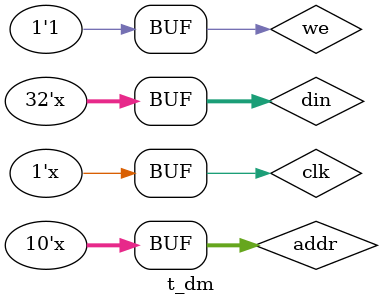
<source format=v>
/*
    date:   2018/06/01
    tag:    test data memory
*/

module t_dm();
    reg clk,we;
    reg[11:2] addr;
    reg[31:0] din;

    wire[31:0] dout;

    initial
    begin
        clk = 2'b0;
        we = 2'b0;
        din = 32'habcd_0eff;
        addr = 12'hc03;             // 1100_0000_0011 --> addr = 00_0000_0011 

        #100 we = 1;
    end

    always #10 clk = ~clk;
    always #200 addr = ~addr;
    always #500 din = ~din;

    dm_4k DM( .addr(addr), .din(din), .we(we), .clk(clk), .dout(dout));

endmodule

</source>
